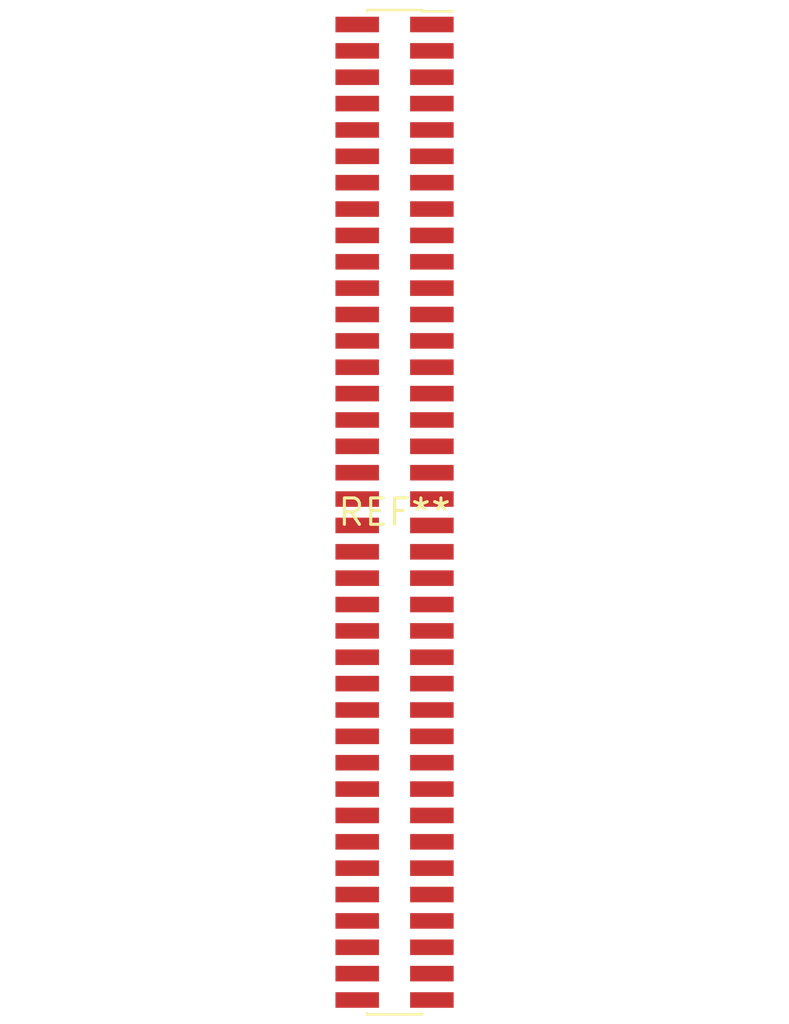
<source format=kicad_pcb>
(kicad_pcb (version 20240108) (generator pcbnew)
  (layers (0 "F.Cu" signal) (31 "B.Cu" signal) (34 "B.Paste" user) (35 "F.Paste" user) (36 "B.SilkS" user "B.Silkscreen") (37 "F.SilkS" user "F.Silkscreen") (38 "B.Mask" user) (39 "F.Mask" user) (44 "Edge.Cuts" user))
  (net 0 "")
  (footprint "PinSocket_2x38_P1.27mm_Vertical_SMD" (layer "F.Cu") (at 0 0)
    (property "Reference" "REF**")
    (property "Value" "PinSocket_2x38_P1.27mm_Vertical_SMD")
    (fp_line (start -1.33 -24.19) (end -1.33 -24.13) (layer "F.SilkS") (stroke (width 0.12)))
    (fp_line (start -1.33 -24.19) (end 1.33 -24.19) (layer "F.SilkS") (stroke (width 0.12)))
    (fp_line (start -1.33 24.13) (end -1.33 24.19) (layer "F.SilkS") (stroke (width 0.12)))
    (fp_line (start -1.33 24.19) (end 1.33 24.19) (layer "F.SilkS") (stroke (width 0.12)))
    (fp_line (start 1.33 -24.19) (end 1.33 -24.13) (layer "F.SilkS") (stroke (width 0.12)))
    (fp_line (start 1.33 -24.13) (end 2.79 -24.13) (layer "F.SilkS") (stroke (width 0.12)))
    (fp_line (start 1.33 24.13) (end 1.33 24.19) (layer "F.SilkS") (stroke (width 0.12)))
    (pad "1" smd rect (at 1.8 -23.495) (size 2.1 0.75) (layers "F.Cu" "F.Paste" "F.Mask"))
    (pad "2" smd rect (at -1.8 -23.495) (size 2.1 0.75) (layers "F.Cu" "F.Paste" "F.Mask"))
    (pad "3" smd rect (at 1.8 -22.225) (size 2.1 0.75) (layers "F.Cu" "F.Paste" "F.Mask"))
    (pad "4" smd rect (at -1.8 -22.225) (size 2.1 0.75) (layers "F.Cu" "F.Paste" "F.Mask"))
    (pad "5" smd rect (at 1.8 -20.955) (size 2.1 0.75) (layers "F.Cu" "F.Paste" "F.Mask"))
    (pad "6" smd rect (at -1.8 -20.955) (size 2.1 0.75) (layers "F.Cu" "F.Paste" "F.Mask"))
    (pad "7" smd rect (at 1.8 -19.685) (size 2.1 0.75) (layers "F.Cu" "F.Paste" "F.Mask"))
    (pad "8" smd rect (at -1.8 -19.685) (size 2.1 0.75) (layers "F.Cu" "F.Paste" "F.Mask"))
    (pad "9" smd rect (at 1.8 -18.415) (size 2.1 0.75) (layers "F.Cu" "F.Paste" "F.Mask"))
    (pad "10" smd rect (at -1.8 -18.415) (size 2.1 0.75) (layers "F.Cu" "F.Paste" "F.Mask"))
    (pad "11" smd rect (at 1.8 -17.145) (size 2.1 0.75) (layers "F.Cu" "F.Paste" "F.Mask"))
    (pad "12" smd rect (at -1.8 -17.145) (size 2.1 0.75) (layers "F.Cu" "F.Paste" "F.Mask"))
    (pad "13" smd rect (at 1.8 -15.875) (size 2.1 0.75) (layers "F.Cu" "F.Paste" "F.Mask"))
    (pad "14" smd rect (at -1.8 -15.875) (size 2.1 0.75) (layers "F.Cu" "F.Paste" "F.Mask"))
    (pad "15" smd rect (at 1.8 -14.605) (size 2.1 0.75) (layers "F.Cu" "F.Paste" "F.Mask"))
    (pad "16" smd rect (at -1.8 -14.605) (size 2.1 0.75) (layers "F.Cu" "F.Paste" "F.Mask"))
    (pad "17" smd rect (at 1.8 -13.335) (size 2.1 0.75) (layers "F.Cu" "F.Paste" "F.Mask"))
    (pad "18" smd rect (at -1.8 -13.335) (size 2.1 0.75) (layers "F.Cu" "F.Paste" "F.Mask"))
    (pad "19" smd rect (at 1.8 -12.065) (size 2.1 0.75) (layers "F.Cu" "F.Paste" "F.Mask"))
    (pad "20" smd rect (at -1.8 -12.065) (size 2.1 0.75) (layers "F.Cu" "F.Paste" "F.Mask"))
    (pad "21" smd rect (at 1.8 -10.795) (size 2.1 0.75) (layers "F.Cu" "F.Paste" "F.Mask"))
    (pad "22" smd rect (at -1.8 -10.795) (size 2.1 0.75) (layers "F.Cu" "F.Paste" "F.Mask"))
    (pad "23" smd rect (at 1.8 -9.525) (size 2.1 0.75) (layers "F.Cu" "F.Paste" "F.Mask"))
    (pad "24" smd rect (at -1.8 -9.525) (size 2.1 0.75) (layers "F.Cu" "F.Paste" "F.Mask"))
    (pad "25" smd rect (at 1.8 -8.255) (size 2.1 0.75) (layers "F.Cu" "F.Paste" "F.Mask"))
    (pad "26" smd rect (at -1.8 -8.255) (size 2.1 0.75) (layers "F.Cu" "F.Paste" "F.Mask"))
    (pad "27" smd rect (at 1.8 -6.985) (size 2.1 0.75) (layers "F.Cu" "F.Paste" "F.Mask"))
    (pad "28" smd rect (at -1.8 -6.985) (size 2.1 0.75) (layers "F.Cu" "F.Paste" "F.Mask"))
    (pad "29" smd rect (at 1.8 -5.715) (size 2.1 0.75) (layers "F.Cu" "F.Paste" "F.Mask"))
    (pad "30" smd rect (at -1.8 -5.715) (size 2.1 0.75) (layers "F.Cu" "F.Paste" "F.Mask"))
    (pad "31" smd rect (at 1.8 -4.445) (size 2.1 0.75) (layers "F.Cu" "F.Paste" "F.Mask"))
    (pad "32" smd rect (at -1.8 -4.445) (size 2.1 0.75) (layers "F.Cu" "F.Paste" "F.Mask"))
    (pad "33" smd rect (at 1.8 -3.175) (size 2.1 0.75) (layers "F.Cu" "F.Paste" "F.Mask"))
    (pad "34" smd rect (at -1.8 -3.175) (size 2.1 0.75) (layers "F.Cu" "F.Paste" "F.Mask"))
    (pad "35" smd rect (at 1.8 -1.905) (size 2.1 0.75) (layers "F.Cu" "F.Paste" "F.Mask"))
    (pad "36" smd rect (at -1.8 -1.905) (size 2.1 0.75) (layers "F.Cu" "F.Paste" "F.Mask"))
    (pad "37" smd rect (at 1.8 -0.635) (size 2.1 0.75) (layers "F.Cu" "F.Paste" "F.Mask"))
    (pad "38" smd rect (at -1.8 -0.635) (size 2.1 0.75) (layers "F.Cu" "F.Paste" "F.Mask"))
    (pad "39" smd rect (at 1.8 0.635) (size 2.1 0.75) (layers "F.Cu" "F.Paste" "F.Mask"))
    (pad "40" smd rect (at -1.8 0.635) (size 2.1 0.75) (layers "F.Cu" "F.Paste" "F.Mask"))
    (pad "41" smd rect (at 1.8 1.905) (size 2.1 0.75) (layers "F.Cu" "F.Paste" "F.Mask"))
    (pad "42" smd rect (at -1.8 1.905) (size 2.1 0.75) (layers "F.Cu" "F.Paste" "F.Mask"))
    (pad "43" smd rect (at 1.8 3.175) (size 2.1 0.75) (layers "F.Cu" "F.Paste" "F.Mask"))
    (pad "44" smd rect (at -1.8 3.175) (size 2.1 0.75) (layers "F.Cu" "F.Paste" "F.Mask"))
    (pad "45" smd rect (at 1.8 4.445) (size 2.1 0.75) (layers "F.Cu" "F.Paste" "F.Mask"))
    (pad "46" smd rect (at -1.8 4.445) (size 2.1 0.75) (layers "F.Cu" "F.Paste" "F.Mask"))
    (pad "47" smd rect (at 1.8 5.715) (size 2.1 0.75) (layers "F.Cu" "F.Paste" "F.Mask"))
    (pad "48" smd rect (at -1.8 5.715) (size 2.1 0.75) (layers "F.Cu" "F.Paste" "F.Mask"))
    (pad "49" smd rect (at 1.8 6.985) (size 2.1 0.75) (layers "F.Cu" "F.Paste" "F.Mask"))
    (pad "50" smd rect (at -1.8 6.985) (size 2.1 0.75) (layers "F.Cu" "F.Paste" "F.Mask"))
    (pad "51" smd rect (at 1.8 8.255) (size 2.1 0.75) (layers "F.Cu" "F.Paste" "F.Mask"))
    (pad "52" smd rect (at -1.8 8.255) (size 2.1 0.75) (layers "F.Cu" "F.Paste" "F.Mask"))
    (pad "53" smd rect (at 1.8 9.525) (size 2.1 0.75) (layers "F.Cu" "F.Paste" "F.Mask"))
    (pad "54" smd rect (at -1.8 9.525) (size 2.1 0.75) (layers "F.Cu" "F.Paste" "F.Mask"))
    (pad "55" smd rect (at 1.8 10.795) (size 2.1 0.75) (layers "F.Cu" "F.Paste" "F.Mask"))
    (pad "56" smd rect (at -1.8 10.795) (size 2.1 0.75) (layers "F.Cu" "F.Paste" "F.Mask"))
    (pad "57" smd rect (at 1.8 12.065) (size 2.1 0.75) (layers "F.Cu" "F.Paste" "F.Mask"))
    (pad "58" smd rect (at -1.8 12.065) (size 2.1 0.75) (layers "F.Cu" "F.Paste" "F.Mask"))
    (pad "59" smd rect (at 1.8 13.335) (size 2.1 0.75) (layers "F.Cu" "F.Paste" "F.Mask"))
    (pad "60" smd rect (at -1.8 13.335) (size 2.1 0.75) (layers "F.Cu" "F.Paste" "F.Mask"))
    (pad "61" smd rect (at 1.8 14.605) (size 2.1 0.75) (layers "F.Cu" "F.Paste" "F.Mask"))
    (pad "62" smd rect (at -1.8 14.605) (size 2.1 0.75) (layers "F.Cu" "F.Paste" "F.Mask"))
    (pad "63" smd rect (at 1.8 15.875) (size 2.1 0.75) (layers "F.Cu" "F.Paste" "F.Mask"))
    (pad "64" smd rect (at -1.8 15.875) (size 2.1 0.75) (layers "F.Cu" "F.Paste" "F.Mask"))
    (pad "65" smd rect (at 1.8 17.145) (size 2.1 0.75) (layers "F.Cu" "F.Paste" "F.Mask"))
    (pad "66" smd rect (at -1.8 17.145) (size 2.1 0.75) (layers "F.Cu" "F.Paste" "F.Mask"))
    (pad "67" smd rect (at 1.8 18.415) (size 2.1 0.75) (layers "F.Cu" "F.Paste" "F.Mask"))
    (pad "68" smd rect (at -1.8 18.415) (size 2.1 0.75) (layers "F.Cu" "F.Paste" "F.Mask"))
    (pad "69" smd rect (at 1.8 19.685) (size 2.1 0.75) (layers "F.Cu" "F.Paste" "F.Mask"))
    (pad "70" smd rect (at -1.8 19.685) (size 2.1 0.75) (layers "F.Cu" "F.Paste" "F.Mask"))
    (pad "71" smd rect (at 1.8 20.955) (size 2.1 0.75) (layers "F.Cu" "F.Paste" "F.Mask"))
    (pad "72" smd rect (at -1.8 20.955) (size 2.1 0.75) (layers "F.Cu" "F.Paste" "F.Mask"))
    (pad "73" smd rect (at 1.8 22.225) (size 2.1 0.75) (layers "F.Cu" "F.Paste" "F.Mask"))
    (pad "74" smd rect (at -1.8 22.225) (size 2.1 0.75) (layers "F.Cu" "F.Paste" "F.Mask"))
    (pad "75" smd rect (at 1.8 23.495) (size 2.1 0.75) (layers "F.Cu" "F.Paste" "F.Mask"))
    (pad "76" smd rect (at -1.8 23.495) (size 2.1 0.75) (layers "F.Cu" "F.Paste" "F.Mask"))
  )
)
</source>
